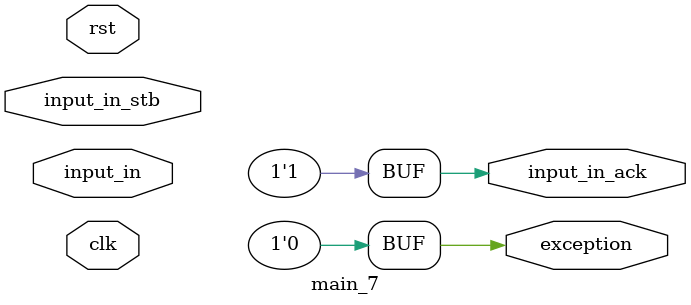
<source format=v>
module main_7 (input_in_ack,clk,rst,input_in,input_in_stb,exception);
  input clk;
  input rst;
  input [31:0] input_in;
  input input_in_stb;
  output input_in_ack;
  output exception;

  assign input_in_ack = 1;
  assign exception = 0;
endmodule
</source>
